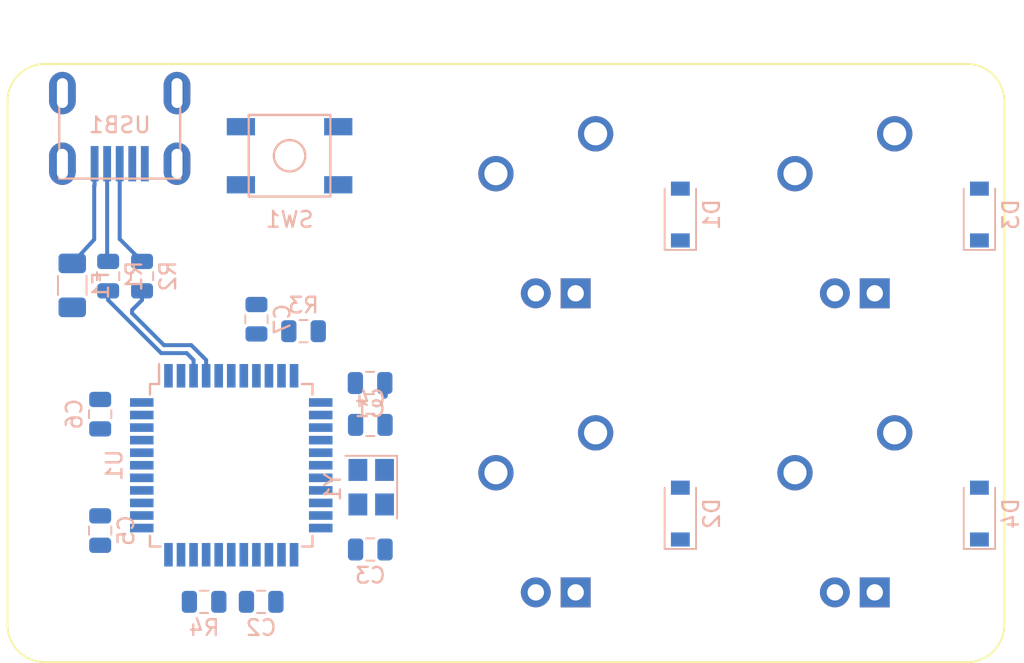
<source format=kicad_pcb>
(kicad_pcb (version 20171130) (host pcbnew "(5.1.2-1)-1")

  (general
    (thickness 1.6)
    (drawings 8)
    (tracks 28)
    (zones 0)
    (modules 24)
    (nets 50)
  )

  (page A4)
  (layers
    (0 F.Cu signal)
    (31 B.Cu signal)
    (32 B.Adhes user)
    (33 F.Adhes user)
    (34 B.Paste user)
    (35 F.Paste user)
    (36 B.SilkS user)
    (37 F.SilkS user)
    (38 B.Mask user)
    (39 F.Mask user)
    (40 Dwgs.User user)
    (41 Cmts.User user)
    (42 Eco1.User user)
    (43 Eco2.User user)
    (44 Edge.Cuts user)
    (45 Margin user)
    (46 B.CrtYd user)
    (47 F.CrtYd user)
    (48 B.Fab user)
    (49 F.Fab user)
  )

  (setup
    (last_trace_width 0.254)
    (trace_clearance 0.2)
    (zone_clearance 0.508)
    (zone_45_only no)
    (trace_min 0.2)
    (via_size 0.8)
    (via_drill 0.4)
    (via_min_size 0.4)
    (via_min_drill 0.3)
    (uvia_size 0.3)
    (uvia_drill 0.1)
    (uvias_allowed no)
    (uvia_min_size 0.2)
    (uvia_min_drill 0.1)
    (edge_width 0.05)
    (segment_width 0.2)
    (pcb_text_width 0.3)
    (pcb_text_size 1.5 1.5)
    (mod_edge_width 0.12)
    (mod_text_size 1 1)
    (mod_text_width 0.15)
    (pad_size 1.524 1.524)
    (pad_drill 0.762)
    (pad_to_mask_clearance 0.051)
    (solder_mask_min_width 0.25)
    (aux_axis_origin 0 0)
    (visible_elements FFFFFF7F)
    (pcbplotparams
      (layerselection 0x010fc_ffffffff)
      (usegerberextensions false)
      (usegerberattributes false)
      (usegerberadvancedattributes false)
      (creategerberjobfile false)
      (excludeedgelayer true)
      (linewidth 0.100000)
      (plotframeref false)
      (viasonmask false)
      (mode 1)
      (useauxorigin false)
      (hpglpennumber 1)
      (hpglpenspeed 20)
      (hpglpendiameter 15.000000)
      (psnegative false)
      (psa4output false)
      (plotreference true)
      (plotvalue true)
      (plotinvisibletext false)
      (padsonsilk false)
      (subtractmaskfromsilk false)
      (outputformat 1)
      (mirror false)
      (drillshape 1)
      (scaleselection 1)
      (outputdirectory ""))
  )

  (net 0 "")
  (net 1 GND)
  (net 2 +5V)
  (net 3 "Net-(C3-Pad1)")
  (net 4 "Net-(C4-Pad1)")
  (net 5 "Net-(C7-Pad1)")
  (net 6 "Net-(D1-Pad2)")
  (net 7 ROW0)
  (net 8 "Net-(D2-Pad2)")
  (net 9 ROW1)
  (net 10 "Net-(D3-Pad2)")
  (net 11 "Net-(D4-Pad2)")
  (net 12 VCC)
  (net 13 "Net-(F1-Pad1)")
  (net 14 COL0)
  (net 15 COL1)
  (net 16 D-)
  (net 17 "Net-(R1-Pad1)")
  (net 18 D+)
  (net 19 "Net-(R2-Pad1)")
  (net 20 "Net-(R3-Pad2)")
  (net 21 "Net-(R4-Pad1)")
  (net 22 "Net-(U1-Pad42)")
  (net 23 "Net-(U1-Pad41)")
  (net 24 "Net-(U1-Pad40)")
  (net 25 "Net-(U1-Pad39)")
  (net 26 "Net-(U1-Pad38)")
  (net 27 "Net-(U1-Pad37)")
  (net 28 "Net-(U1-Pad36)")
  (net 29 "Net-(U1-Pad32)")
  (net 30 "Net-(U1-Pad31)")
  (net 31 "Net-(U1-Pad30)")
  (net 32 "Net-(U1-Pad29)")
  (net 33 "Net-(U1-Pad28)")
  (net 34 "Net-(U1-Pad27)")
  (net 35 "Net-(U1-Pad26)")
  (net 36 "Net-(U1-Pad25)")
  (net 37 "Net-(U1-Pad22)")
  (net 38 "Net-(U1-Pad21)")
  (net 39 "Net-(U1-Pad20)")
  (net 40 "Net-(U1-Pad19)")
  (net 41 "Net-(U1-Pad18)")
  (net 42 "Net-(U1-Pad12)")
  (net 43 "Net-(U1-Pad11)")
  (net 44 "Net-(U1-Pad10)")
  (net 45 "Net-(U1-Pad9)")
  (net 46 "Net-(U1-Pad8)")
  (net 47 "Net-(U1-Pad1)")
  (net 48 "Net-(USB1-Pad6)")
  (net 49 "Net-(USB1-Pad2)")

  (net_class Default "This is the default net class."
    (clearance 0.2)
    (trace_width 0.254)
    (via_dia 0.8)
    (via_drill 0.4)
    (uvia_dia 0.3)
    (uvia_drill 0.1)
    (add_net COL0)
    (add_net COL1)
    (add_net D+)
    (add_net D-)
    (add_net "Net-(C3-Pad1)")
    (add_net "Net-(C4-Pad1)")
    (add_net "Net-(C7-Pad1)")
    (add_net "Net-(D1-Pad2)")
    (add_net "Net-(D2-Pad2)")
    (add_net "Net-(D3-Pad2)")
    (add_net "Net-(D4-Pad2)")
    (add_net "Net-(F1-Pad1)")
    (add_net "Net-(R1-Pad1)")
    (add_net "Net-(R2-Pad1)")
    (add_net "Net-(R3-Pad2)")
    (add_net "Net-(R4-Pad1)")
    (add_net "Net-(U1-Pad1)")
    (add_net "Net-(U1-Pad10)")
    (add_net "Net-(U1-Pad11)")
    (add_net "Net-(U1-Pad12)")
    (add_net "Net-(U1-Pad18)")
    (add_net "Net-(U1-Pad19)")
    (add_net "Net-(U1-Pad20)")
    (add_net "Net-(U1-Pad21)")
    (add_net "Net-(U1-Pad22)")
    (add_net "Net-(U1-Pad25)")
    (add_net "Net-(U1-Pad26)")
    (add_net "Net-(U1-Pad27)")
    (add_net "Net-(U1-Pad28)")
    (add_net "Net-(U1-Pad29)")
    (add_net "Net-(U1-Pad30)")
    (add_net "Net-(U1-Pad31)")
    (add_net "Net-(U1-Pad32)")
    (add_net "Net-(U1-Pad36)")
    (add_net "Net-(U1-Pad37)")
    (add_net "Net-(U1-Pad38)")
    (add_net "Net-(U1-Pad39)")
    (add_net "Net-(U1-Pad40)")
    (add_net "Net-(U1-Pad41)")
    (add_net "Net-(U1-Pad42)")
    (add_net "Net-(U1-Pad8)")
    (add_net "Net-(U1-Pad9)")
    (add_net "Net-(USB1-Pad2)")
    (add_net "Net-(USB1-Pad6)")
    (add_net ROW0)
    (add_net ROW1)
    (add_net VCC)
  )

  (net_class Power ""
    (clearance 0.2)
    (trace_width 0.381)
    (via_dia 0.8)
    (via_drill 0.4)
    (uvia_dia 0.3)
    (uvia_drill 0.1)
    (add_net +5V)
    (add_net GND)
  )

  (module Crystal:Crystal_SMD_3225-4Pin_3.2x2.5mm (layer B.Cu) (tedit 5A0FD1B2) (tstamp 5D498CA2)
    (at 110.48275 115.85575 270)
    (descr "SMD Crystal SERIES SMD3225/4 http://www.txccrystal.com/images/pdf/7m-accuracy.pdf, 3.2x2.5mm^2 package")
    (tags "SMD SMT crystal")
    (path /5D4B5D7D)
    (attr smd)
    (fp_text reference Y1 (at 0 2.45 90) (layer B.SilkS)
      (effects (font (size 1 1) (thickness 0.15)) (justify mirror))
    )
    (fp_text value 16MHz (at 0 -2.45 90) (layer B.Fab)
      (effects (font (size 1 1) (thickness 0.15)) (justify mirror))
    )
    (fp_text user %R (at 0 0 90) (layer B.Fab)
      (effects (font (size 0.7 0.7) (thickness 0.105)) (justify mirror))
    )
    (fp_line (start -1.6 1.25) (end -1.6 -1.25) (layer B.Fab) (width 0.1))
    (fp_line (start -1.6 -1.25) (end 1.6 -1.25) (layer B.Fab) (width 0.1))
    (fp_line (start 1.6 -1.25) (end 1.6 1.25) (layer B.Fab) (width 0.1))
    (fp_line (start 1.6 1.25) (end -1.6 1.25) (layer B.Fab) (width 0.1))
    (fp_line (start -1.6 -0.25) (end -0.6 -1.25) (layer B.Fab) (width 0.1))
    (fp_line (start -2 1.65) (end -2 -1.65) (layer B.SilkS) (width 0.12))
    (fp_line (start -2 -1.65) (end 2 -1.65) (layer B.SilkS) (width 0.12))
    (fp_line (start -2.1 1.7) (end -2.1 -1.7) (layer B.CrtYd) (width 0.05))
    (fp_line (start -2.1 -1.7) (end 2.1 -1.7) (layer B.CrtYd) (width 0.05))
    (fp_line (start 2.1 -1.7) (end 2.1 1.7) (layer B.CrtYd) (width 0.05))
    (fp_line (start 2.1 1.7) (end -2.1 1.7) (layer B.CrtYd) (width 0.05))
    (pad 1 smd rect (at -1.1 -0.85 270) (size 1.4 1.2) (layers B.Cu B.Paste B.Mask)
      (net 4 "Net-(C4-Pad1)"))
    (pad 2 smd rect (at 1.1 -0.85 270) (size 1.4 1.2) (layers B.Cu B.Paste B.Mask)
      (net 1 GND))
    (pad 3 smd rect (at 1.1 0.85 270) (size 1.4 1.2) (layers B.Cu B.Paste B.Mask)
      (net 3 "Net-(C3-Pad1)"))
    (pad 4 smd rect (at -1.1 0.85 270) (size 1.4 1.2) (layers B.Cu B.Paste B.Mask)
      (net 1 GND))
    (model ${KISYS3DMOD}/Crystal.3dshapes/Crystal_SMD_3225-4Pin_3.2x2.5mm.wrl
      (at (xyz 0 0 0))
      (scale (xyz 1 1 1))
      (rotate (xyz 0 0 0))
    )
  )

  (module random-keyboard-parts:Molex-0548190589 (layer B.Cu) (tedit 5C494815) (tstamp 5D498C8E)
    (at 94.4625 90.75 270)
    (path /5D4D5338)
    (attr smd)
    (fp_text reference USB1 (at 2.032 0) (layer B.SilkS)
      (effects (font (size 1 1) (thickness 0.15)) (justify mirror))
    )
    (fp_text value Molex-0548190589 (at -5.08 0) (layer Dwgs.User)
      (effects (font (size 1 1) (thickness 0.15)))
    )
    (fp_text user %R (at 2 0) (layer B.CrtYd)
      (effects (font (size 1 1) (thickness 0.15)) (justify mirror))
    )
    (fp_line (start 3.25 1.25) (end 5.5 1.25) (layer B.CrtYd) (width 0.15))
    (fp_line (start 5.5 0.5) (end 3.25 0.5) (layer B.CrtYd) (width 0.15))
    (fp_line (start 3.25 -0.5) (end 5.5 -0.5) (layer B.CrtYd) (width 0.15))
    (fp_line (start 5.5 -1.25) (end 3.25 -1.25) (layer B.CrtYd) (width 0.15))
    (fp_line (start 3.25 -2) (end 5.5 -2) (layer B.CrtYd) (width 0.15))
    (fp_line (start 3.25 2) (end 3.25 -2) (layer B.CrtYd) (width 0.15))
    (fp_line (start 5.5 2) (end 3.25 2) (layer B.CrtYd) (width 0.15))
    (fp_line (start -3.75 -3.75) (end -3.75 3.75) (layer B.CrtYd) (width 0.15))
    (fp_line (start 5.5 -3.75) (end -3.75 -3.75) (layer B.CrtYd) (width 0.15))
    (fp_line (start 5.5 3.75) (end 5.5 -3.75) (layer B.CrtYd) (width 0.15))
    (fp_line (start -3.75 3.75) (end 5.5 3.75) (layer B.CrtYd) (width 0.15))
    (fp_line (start 0 3.85) (end 5.45 3.85) (layer B.SilkS) (width 0.15))
    (fp_line (start 0 -3.85) (end 5.45 -3.85) (layer B.SilkS) (width 0.15))
    (fp_line (start 5.45 3.85) (end 5.45 -3.85) (layer B.SilkS) (width 0.15))
    (fp_line (start -3.75 3.85) (end 0 3.85) (layer Dwgs.User) (width 0.15))
    (fp_line (start -3.75 -3.85) (end 0 -3.85) (layer Dwgs.User) (width 0.15))
    (fp_line (start -1.75 4.572) (end -1.75 -4.572) (layer Dwgs.User) (width 0.15))
    (fp_line (start -3.75 3.85) (end -3.75 -3.85) (layer Dwgs.User) (width 0.15))
    (pad 6 thru_hole oval (at 0 3.65 270) (size 2.7 1.7) (drill oval 1.9 0.7) (layers *.Cu *.Mask)
      (net 48 "Net-(USB1-Pad6)"))
    (pad 6 thru_hole oval (at 0 -3.65 270) (size 2.7 1.7) (drill oval 1.9 0.7) (layers *.Cu *.Mask)
      (net 48 "Net-(USB1-Pad6)"))
    (pad 6 thru_hole oval (at 4.5 -3.65 270) (size 2.7 1.7) (drill oval 1.9 0.7) (layers *.Cu *.Mask)
      (net 48 "Net-(USB1-Pad6)"))
    (pad 6 thru_hole oval (at 4.5 3.65 270) (size 2.7 1.7) (drill oval 1.9 0.7) (layers *.Cu *.Mask)
      (net 48 "Net-(USB1-Pad6)"))
    (pad 5 smd rect (at 4.5 1.6 270) (size 2.25 0.5) (layers B.Cu B.Paste B.Mask)
      (net 12 VCC))
    (pad 4 smd rect (at 4.5 0.8 270) (size 2.25 0.5) (layers B.Cu B.Paste B.Mask)
      (net 16 D-))
    (pad 3 smd rect (at 4.5 0 270) (size 2.25 0.5) (layers B.Cu B.Paste B.Mask)
      (net 18 D+))
    (pad 2 smd rect (at 4.5 -0.8 270) (size 2.25 0.5) (layers B.Cu B.Paste B.Mask)
      (net 49 "Net-(USB1-Pad2)"))
    (pad 1 smd rect (at 4.5 -1.6 270) (size 2.25 0.5) (layers B.Cu B.Paste B.Mask)
      (net 1 GND))
  )

  (module Package_QFP:TQFP-44_10x10mm_P0.8mm (layer B.Cu) (tedit 5A02F146) (tstamp 5D498C6E)
    (at 101.56825 114.45875 270)
    (descr "44-Lead Plastic Thin Quad Flatpack (PT) - 10x10x1.0 mm Body [TQFP] (see Microchip Packaging Specification 00000049BS.pdf)")
    (tags "QFP 0.8")
    (path /5D491BC6)
    (attr smd)
    (fp_text reference U1 (at 0 7.45 90) (layer B.SilkS)
      (effects (font (size 1 1) (thickness 0.15)) (justify mirror))
    )
    (fp_text value ATmega32U4-AU (at 0 -7.45 90) (layer B.Fab)
      (effects (font (size 1 1) (thickness 0.15)) (justify mirror))
    )
    (fp_text user %R (at 0 0 90) (layer B.Fab)
      (effects (font (size 1 1) (thickness 0.15)) (justify mirror))
    )
    (fp_line (start -4 5) (end 5 5) (layer B.Fab) (width 0.15))
    (fp_line (start 5 5) (end 5 -5) (layer B.Fab) (width 0.15))
    (fp_line (start 5 -5) (end -5 -5) (layer B.Fab) (width 0.15))
    (fp_line (start -5 -5) (end -5 4) (layer B.Fab) (width 0.15))
    (fp_line (start -5 4) (end -4 5) (layer B.Fab) (width 0.15))
    (fp_line (start -6.7 6.7) (end -6.7 -6.7) (layer B.CrtYd) (width 0.05))
    (fp_line (start 6.7 6.7) (end 6.7 -6.7) (layer B.CrtYd) (width 0.05))
    (fp_line (start -6.7 6.7) (end 6.7 6.7) (layer B.CrtYd) (width 0.05))
    (fp_line (start -6.7 -6.7) (end 6.7 -6.7) (layer B.CrtYd) (width 0.05))
    (fp_line (start -5.175 5.175) (end -5.175 4.6) (layer B.SilkS) (width 0.15))
    (fp_line (start 5.175 5.175) (end 5.175 4.5) (layer B.SilkS) (width 0.15))
    (fp_line (start 5.175 -5.175) (end 5.175 -4.5) (layer B.SilkS) (width 0.15))
    (fp_line (start -5.175 -5.175) (end -5.175 -4.5) (layer B.SilkS) (width 0.15))
    (fp_line (start -5.175 5.175) (end -4.5 5.175) (layer B.SilkS) (width 0.15))
    (fp_line (start -5.175 -5.175) (end -4.5 -5.175) (layer B.SilkS) (width 0.15))
    (fp_line (start 5.175 -5.175) (end 4.5 -5.175) (layer B.SilkS) (width 0.15))
    (fp_line (start 5.175 5.175) (end 4.5 5.175) (layer B.SilkS) (width 0.15))
    (fp_line (start -5.175 4.6) (end -6.45 4.6) (layer B.SilkS) (width 0.15))
    (pad 1 smd rect (at -5.7 4 270) (size 1.5 0.55) (layers B.Cu B.Paste B.Mask)
      (net 47 "Net-(U1-Pad1)"))
    (pad 2 smd rect (at -5.7 3.2 270) (size 1.5 0.55) (layers B.Cu B.Paste B.Mask)
      (net 2 +5V))
    (pad 3 smd rect (at -5.7 2.4 270) (size 1.5 0.55) (layers B.Cu B.Paste B.Mask)
      (net 17 "Net-(R1-Pad1)"))
    (pad 4 smd rect (at -5.7 1.6 270) (size 1.5 0.55) (layers B.Cu B.Paste B.Mask)
      (net 19 "Net-(R2-Pad1)"))
    (pad 5 smd rect (at -5.7 0.8 270) (size 1.5 0.55) (layers B.Cu B.Paste B.Mask)
      (net 1 GND))
    (pad 6 smd rect (at -5.7 0 270) (size 1.5 0.55) (layers B.Cu B.Paste B.Mask)
      (net 5 "Net-(C7-Pad1)"))
    (pad 7 smd rect (at -5.7 -0.8 270) (size 1.5 0.55) (layers B.Cu B.Paste B.Mask)
      (net 2 +5V))
    (pad 8 smd rect (at -5.7 -1.6 270) (size 1.5 0.55) (layers B.Cu B.Paste B.Mask)
      (net 46 "Net-(U1-Pad8)"))
    (pad 9 smd rect (at -5.7 -2.4 270) (size 1.5 0.55) (layers B.Cu B.Paste B.Mask)
      (net 45 "Net-(U1-Pad9)"))
    (pad 10 smd rect (at -5.7 -3.2 270) (size 1.5 0.55) (layers B.Cu B.Paste B.Mask)
      (net 44 "Net-(U1-Pad10)"))
    (pad 11 smd rect (at -5.7 -4 270) (size 1.5 0.55) (layers B.Cu B.Paste B.Mask)
      (net 43 "Net-(U1-Pad11)"))
    (pad 12 smd rect (at -4 -5.7 180) (size 1.5 0.55) (layers B.Cu B.Paste B.Mask)
      (net 42 "Net-(U1-Pad12)"))
    (pad 13 smd rect (at -3.2 -5.7 180) (size 1.5 0.55) (layers B.Cu B.Paste B.Mask)
      (net 20 "Net-(R3-Pad2)"))
    (pad 14 smd rect (at -2.4 -5.7 180) (size 1.5 0.55) (layers B.Cu B.Paste B.Mask)
      (net 2 +5V))
    (pad 15 smd rect (at -1.6 -5.7 180) (size 1.5 0.55) (layers B.Cu B.Paste B.Mask)
      (net 1 GND))
    (pad 16 smd rect (at -0.8 -5.7 180) (size 1.5 0.55) (layers B.Cu B.Paste B.Mask)
      (net 4 "Net-(C4-Pad1)"))
    (pad 17 smd rect (at 0 -5.7 180) (size 1.5 0.55) (layers B.Cu B.Paste B.Mask)
      (net 3 "Net-(C3-Pad1)"))
    (pad 18 smd rect (at 0.8 -5.7 180) (size 1.5 0.55) (layers B.Cu B.Paste B.Mask)
      (net 41 "Net-(U1-Pad18)"))
    (pad 19 smd rect (at 1.6 -5.7 180) (size 1.5 0.55) (layers B.Cu B.Paste B.Mask)
      (net 40 "Net-(U1-Pad19)"))
    (pad 20 smd rect (at 2.4 -5.7 180) (size 1.5 0.55) (layers B.Cu B.Paste B.Mask)
      (net 39 "Net-(U1-Pad20)"))
    (pad 21 smd rect (at 3.2 -5.7 180) (size 1.5 0.55) (layers B.Cu B.Paste B.Mask)
      (net 38 "Net-(U1-Pad21)"))
    (pad 22 smd rect (at 4 -5.7 180) (size 1.5 0.55) (layers B.Cu B.Paste B.Mask)
      (net 37 "Net-(U1-Pad22)"))
    (pad 23 smd rect (at 5.7 -4 270) (size 1.5 0.55) (layers B.Cu B.Paste B.Mask)
      (net 1 GND))
    (pad 24 smd rect (at 5.7 -3.2 270) (size 1.5 0.55) (layers B.Cu B.Paste B.Mask)
      (net 2 +5V))
    (pad 25 smd rect (at 5.7 -2.4 270) (size 1.5 0.55) (layers B.Cu B.Paste B.Mask)
      (net 36 "Net-(U1-Pad25)"))
    (pad 26 smd rect (at 5.7 -1.6 270) (size 1.5 0.55) (layers B.Cu B.Paste B.Mask)
      (net 35 "Net-(U1-Pad26)"))
    (pad 27 smd rect (at 5.7 -0.8 270) (size 1.5 0.55) (layers B.Cu B.Paste B.Mask)
      (net 34 "Net-(U1-Pad27)"))
    (pad 28 smd rect (at 5.7 0 270) (size 1.5 0.55) (layers B.Cu B.Paste B.Mask)
      (net 33 "Net-(U1-Pad28)"))
    (pad 29 smd rect (at 5.7 0.8 270) (size 1.5 0.55) (layers B.Cu B.Paste B.Mask)
      (net 32 "Net-(U1-Pad29)"))
    (pad 30 smd rect (at 5.7 1.6 270) (size 1.5 0.55) (layers B.Cu B.Paste B.Mask)
      (net 31 "Net-(U1-Pad30)"))
    (pad 31 smd rect (at 5.7 2.4 270) (size 1.5 0.55) (layers B.Cu B.Paste B.Mask)
      (net 30 "Net-(U1-Pad31)"))
    (pad 32 smd rect (at 5.7 3.2 270) (size 1.5 0.55) (layers B.Cu B.Paste B.Mask)
      (net 29 "Net-(U1-Pad32)"))
    (pad 33 smd rect (at 5.7 4 270) (size 1.5 0.55) (layers B.Cu B.Paste B.Mask)
      (net 21 "Net-(R4-Pad1)"))
    (pad 34 smd rect (at 4 5.7 180) (size 1.5 0.55) (layers B.Cu B.Paste B.Mask)
      (net 2 +5V))
    (pad 35 smd rect (at 3.2 5.7 180) (size 1.5 0.55) (layers B.Cu B.Paste B.Mask)
      (net 1 GND))
    (pad 36 smd rect (at 2.4 5.7 180) (size 1.5 0.55) (layers B.Cu B.Paste B.Mask)
      (net 28 "Net-(U1-Pad36)"))
    (pad 37 smd rect (at 1.6 5.7 180) (size 1.5 0.55) (layers B.Cu B.Paste B.Mask)
      (net 27 "Net-(U1-Pad37)"))
    (pad 38 smd rect (at 0.8 5.7 180) (size 1.5 0.55) (layers B.Cu B.Paste B.Mask)
      (net 26 "Net-(U1-Pad38)"))
    (pad 39 smd rect (at 0 5.7 180) (size 1.5 0.55) (layers B.Cu B.Paste B.Mask)
      (net 25 "Net-(U1-Pad39)"))
    (pad 40 smd rect (at -0.8 5.7 180) (size 1.5 0.55) (layers B.Cu B.Paste B.Mask)
      (net 24 "Net-(U1-Pad40)"))
    (pad 41 smd rect (at -1.6 5.7 180) (size 1.5 0.55) (layers B.Cu B.Paste B.Mask)
      (net 23 "Net-(U1-Pad41)"))
    (pad 42 smd rect (at -2.4 5.7 180) (size 1.5 0.55) (layers B.Cu B.Paste B.Mask)
      (net 22 "Net-(U1-Pad42)"))
    (pad 43 smd rect (at -3.2 5.7 180) (size 1.5 0.55) (layers B.Cu B.Paste B.Mask)
      (net 1 GND))
    (pad 44 smd rect (at -4 5.7 180) (size 1.5 0.55) (layers B.Cu B.Paste B.Mask)
      (net 2 +5V))
    (model ${KISYS3DMOD}/Package_QFP.3dshapes/TQFP-44_10x10mm_P0.8mm.wrl
      (at (xyz 0 0 0))
      (scale (xyz 1 1 1))
      (rotate (xyz 0 0 0))
    )
  )

  (module random-keyboard-parts:SKQG-1155865 (layer B.Cu) (tedit 5C42C5DE) (tstamp 5D498C2B)
    (at 105.283 94.742 180)
    (path /5D4C70CD)
    (attr smd)
    (fp_text reference SW1 (at 0 -4.064) (layer B.SilkS)
      (effects (font (size 1 1) (thickness 0.15)) (justify mirror))
    )
    (fp_text value SW_Push (at 0 4.064) (layer B.Fab)
      (effects (font (size 1 1) (thickness 0.15)) (justify mirror))
    )
    (fp_line (start -2.6 2.6) (end 2.6 2.6) (layer B.SilkS) (width 0.15))
    (fp_line (start 2.6 2.6) (end 2.6 -2.6) (layer B.SilkS) (width 0.15))
    (fp_line (start 2.6 -2.6) (end -2.6 -2.6) (layer B.SilkS) (width 0.15))
    (fp_line (start -2.6 -2.6) (end -2.6 2.6) (layer B.SilkS) (width 0.15))
    (fp_circle (center 0 0) (end 1 0) (layer B.SilkS) (width 0.15))
    (fp_line (start -4.2 2.6) (end 4.2 2.6) (layer B.Fab) (width 0.15))
    (fp_line (start 4.2 2.6) (end 4.2 1.2) (layer B.Fab) (width 0.15))
    (fp_line (start 4.2 1.1) (end 2.6 1.1) (layer B.Fab) (width 0.15))
    (fp_line (start 2.6 1.1) (end 2.6 -1.1) (layer B.Fab) (width 0.15))
    (fp_line (start 2.6 -1.1) (end 4.2 -1.1) (layer B.Fab) (width 0.15))
    (fp_line (start 4.2 -1.1) (end 4.2 -2.6) (layer B.Fab) (width 0.15))
    (fp_line (start 4.2 -2.6) (end -4.2 -2.6) (layer B.Fab) (width 0.15))
    (fp_line (start -4.2 -2.6) (end -4.2 -1.1) (layer B.Fab) (width 0.15))
    (fp_line (start -4.2 -1.1) (end -2.6 -1.1) (layer B.Fab) (width 0.15))
    (fp_line (start -2.6 -1.1) (end -2.6 1.1) (layer B.Fab) (width 0.15))
    (fp_line (start -2.6 1.1) (end -4.2 1.1) (layer B.Fab) (width 0.15))
    (fp_line (start -4.2 1.1) (end -4.2 2.6) (layer B.Fab) (width 0.15))
    (fp_circle (center 0 0) (end 1 0) (layer B.Fab) (width 0.15))
    (fp_line (start -2.6 1.1) (end -1.1 2.6) (layer B.Fab) (width 0.15))
    (fp_line (start 2.6 1.1) (end 1.1 2.6) (layer B.Fab) (width 0.15))
    (fp_line (start 2.6 -1.1) (end 1.1 -2.6) (layer B.Fab) (width 0.15))
    (fp_line (start -2.6 -1.1) (end -1.1 -2.6) (layer B.Fab) (width 0.15))
    (pad 4 smd rect (at -3.1 -1.85 180) (size 1.8 1.1) (layers B.Cu B.Paste B.Mask))
    (pad 3 smd rect (at 3.1 1.85 180) (size 1.8 1.1) (layers B.Cu B.Paste B.Mask))
    (pad 2 smd rect (at -3.1 1.85 180) (size 1.8 1.1) (layers B.Cu B.Paste B.Mask)
      (net 20 "Net-(R3-Pad2)"))
    (pad 1 smd rect (at 3.1 -1.85 180) (size 1.8 1.1) (layers B.Cu B.Paste B.Mask)
      (net 1 GND))
  )

  (module Resistor_SMD:R_0805_2012Metric (layer B.Cu) (tedit 5B36C52B) (tstamp 5D498C0D)
    (at 99.83875 123.15825)
    (descr "Resistor SMD 0805 (2012 Metric), square (rectangular) end terminal, IPC_7351 nominal, (Body size source: https://docs.google.com/spreadsheets/d/1BsfQQcO9C6DZCsRaXUlFlo91Tg2WpOkGARC1WS5S8t0/edit?usp=sharing), generated with kicad-footprint-generator")
    (tags resistor)
    (path /5D4997B9)
    (attr smd)
    (fp_text reference R4 (at 0 1.65 180) (layer B.SilkS)
      (effects (font (size 1 1) (thickness 0.15)) (justify mirror))
    )
    (fp_text value 10k (at 0 -1.65 180) (layer B.Fab)
      (effects (font (size 1 1) (thickness 0.15)) (justify mirror))
    )
    (fp_line (start -1 -0.6) (end -1 0.6) (layer B.Fab) (width 0.1))
    (fp_line (start -1 0.6) (end 1 0.6) (layer B.Fab) (width 0.1))
    (fp_line (start 1 0.6) (end 1 -0.6) (layer B.Fab) (width 0.1))
    (fp_line (start 1 -0.6) (end -1 -0.6) (layer B.Fab) (width 0.1))
    (fp_line (start -0.258578 0.71) (end 0.258578 0.71) (layer B.SilkS) (width 0.12))
    (fp_line (start -0.258578 -0.71) (end 0.258578 -0.71) (layer B.SilkS) (width 0.12))
    (fp_line (start -1.68 -0.95) (end -1.68 0.95) (layer B.CrtYd) (width 0.05))
    (fp_line (start -1.68 0.95) (end 1.68 0.95) (layer B.CrtYd) (width 0.05))
    (fp_line (start 1.68 0.95) (end 1.68 -0.95) (layer B.CrtYd) (width 0.05))
    (fp_line (start 1.68 -0.95) (end -1.68 -0.95) (layer B.CrtYd) (width 0.05))
    (fp_text user %R (at 0 0 180) (layer B.Fab)
      (effects (font (size 0.5 0.5) (thickness 0.08)) (justify mirror))
    )
    (pad 1 smd roundrect (at -0.9375 0) (size 0.975 1.4) (layers B.Cu B.Paste B.Mask) (roundrect_rratio 0.25)
      (net 21 "Net-(R4-Pad1)"))
    (pad 2 smd roundrect (at 0.9375 0) (size 0.975 1.4) (layers B.Cu B.Paste B.Mask) (roundrect_rratio 0.25)
      (net 1 GND))
    (model ${KISYS3DMOD}/Resistor_SMD.3dshapes/R_0805_2012Metric.wrl
      (at (xyz 0 0 0))
      (scale (xyz 1 1 1))
      (rotate (xyz 0 0 0))
    )
  )

  (module Resistor_SMD:R_0805_2012Metric (layer B.Cu) (tedit 5B36C52B) (tstamp 5D498BFC)
    (at 106.172 105.918 180)
    (descr "Resistor SMD 0805 (2012 Metric), square (rectangular) end terminal, IPC_7351 nominal, (Body size source: https://docs.google.com/spreadsheets/d/1BsfQQcO9C6DZCsRaXUlFlo91Tg2WpOkGARC1WS5S8t0/edit?usp=sharing), generated with kicad-footprint-generator")
    (tags resistor)
    (path /5D4CB192)
    (attr smd)
    (fp_text reference R3 (at 0 1.65 180) (layer B.SilkS)
      (effects (font (size 1 1) (thickness 0.15)) (justify mirror))
    )
    (fp_text value 10k (at 0 -1.65 180) (layer B.Fab)
      (effects (font (size 1 1) (thickness 0.15)) (justify mirror))
    )
    (fp_text user %R (at 0 0 180) (layer B.Fab)
      (effects (font (size 0.5 0.5) (thickness 0.08)) (justify mirror))
    )
    (fp_line (start 1.68 -0.95) (end -1.68 -0.95) (layer B.CrtYd) (width 0.05))
    (fp_line (start 1.68 0.95) (end 1.68 -0.95) (layer B.CrtYd) (width 0.05))
    (fp_line (start -1.68 0.95) (end 1.68 0.95) (layer B.CrtYd) (width 0.05))
    (fp_line (start -1.68 -0.95) (end -1.68 0.95) (layer B.CrtYd) (width 0.05))
    (fp_line (start -0.258578 -0.71) (end 0.258578 -0.71) (layer B.SilkS) (width 0.12))
    (fp_line (start -0.258578 0.71) (end 0.258578 0.71) (layer B.SilkS) (width 0.12))
    (fp_line (start 1 -0.6) (end -1 -0.6) (layer B.Fab) (width 0.1))
    (fp_line (start 1 0.6) (end 1 -0.6) (layer B.Fab) (width 0.1))
    (fp_line (start -1 0.6) (end 1 0.6) (layer B.Fab) (width 0.1))
    (fp_line (start -1 -0.6) (end -1 0.6) (layer B.Fab) (width 0.1))
    (pad 2 smd roundrect (at 0.9375 0 180) (size 0.975 1.4) (layers B.Cu B.Paste B.Mask) (roundrect_rratio 0.25)
      (net 20 "Net-(R3-Pad2)"))
    (pad 1 smd roundrect (at -0.9375 0 180) (size 0.975 1.4) (layers B.Cu B.Paste B.Mask) (roundrect_rratio 0.25)
      (net 2 +5V))
    (model ${KISYS3DMOD}/Resistor_SMD.3dshapes/R_0805_2012Metric.wrl
      (at (xyz 0 0 0))
      (scale (xyz 1 1 1))
      (rotate (xyz 0 0 0))
    )
  )

  (module Resistor_SMD:R_0805_2012Metric (layer B.Cu) (tedit 5B36C52B) (tstamp 5D498BEB)
    (at 95.885 102.4105 90)
    (descr "Resistor SMD 0805 (2012 Metric), square (rectangular) end terminal, IPC_7351 nominal, (Body size source: https://docs.google.com/spreadsheets/d/1BsfQQcO9C6DZCsRaXUlFlo91Tg2WpOkGARC1WS5S8t0/edit?usp=sharing), generated with kicad-footprint-generator")
    (tags resistor)
    (path /5D49CA1A)
    (attr smd)
    (fp_text reference R2 (at 0 1.65 90) (layer B.SilkS)
      (effects (font (size 1 1) (thickness 0.15)) (justify mirror))
    )
    (fp_text value 22 (at 0 -1.65 90) (layer B.Fab)
      (effects (font (size 1 1) (thickness 0.15)) (justify mirror))
    )
    (fp_text user %R (at 0 0 90) (layer B.Fab)
      (effects (font (size 0.5 0.5) (thickness 0.08)) (justify mirror))
    )
    (fp_line (start 1.68 -0.95) (end -1.68 -0.95) (layer B.CrtYd) (width 0.05))
    (fp_line (start 1.68 0.95) (end 1.68 -0.95) (layer B.CrtYd) (width 0.05))
    (fp_line (start -1.68 0.95) (end 1.68 0.95) (layer B.CrtYd) (width 0.05))
    (fp_line (start -1.68 -0.95) (end -1.68 0.95) (layer B.CrtYd) (width 0.05))
    (fp_line (start -0.258578 -0.71) (end 0.258578 -0.71) (layer B.SilkS) (width 0.12))
    (fp_line (start -0.258578 0.71) (end 0.258578 0.71) (layer B.SilkS) (width 0.12))
    (fp_line (start 1 -0.6) (end -1 -0.6) (layer B.Fab) (width 0.1))
    (fp_line (start 1 0.6) (end 1 -0.6) (layer B.Fab) (width 0.1))
    (fp_line (start -1 0.6) (end 1 0.6) (layer B.Fab) (width 0.1))
    (fp_line (start -1 -0.6) (end -1 0.6) (layer B.Fab) (width 0.1))
    (pad 2 smd roundrect (at 0.9375 0 90) (size 0.975 1.4) (layers B.Cu B.Paste B.Mask) (roundrect_rratio 0.25)
      (net 18 D+))
    (pad 1 smd roundrect (at -0.9375 0 90) (size 0.975 1.4) (layers B.Cu B.Paste B.Mask) (roundrect_rratio 0.25)
      (net 19 "Net-(R2-Pad1)"))
    (model ${KISYS3DMOD}/Resistor_SMD.3dshapes/R_0805_2012Metric.wrl
      (at (xyz 0 0 0))
      (scale (xyz 1 1 1))
      (rotate (xyz 0 0 0))
    )
  )

  (module Resistor_SMD:R_0805_2012Metric (layer B.Cu) (tedit 5B36C52B) (tstamp 5D498BDA)
    (at 93.726 102.4105 90)
    (descr "Resistor SMD 0805 (2012 Metric), square (rectangular) end terminal, IPC_7351 nominal, (Body size source: https://docs.google.com/spreadsheets/d/1BsfQQcO9C6DZCsRaXUlFlo91Tg2WpOkGARC1WS5S8t0/edit?usp=sharing), generated with kicad-footprint-generator")
    (tags resistor)
    (path /5D49D752)
    (attr smd)
    (fp_text reference R1 (at 0 1.65 90) (layer B.SilkS)
      (effects (font (size 1 1) (thickness 0.15)) (justify mirror))
    )
    (fp_text value 22 (at 0 -1.65 90) (layer B.Fab)
      (effects (font (size 1 1) (thickness 0.15)) (justify mirror))
    )
    (fp_text user %R (at 0 0 90) (layer B.Fab)
      (effects (font (size 0.5 0.5) (thickness 0.08)) (justify mirror))
    )
    (fp_line (start 1.68 -0.95) (end -1.68 -0.95) (layer B.CrtYd) (width 0.05))
    (fp_line (start 1.68 0.95) (end 1.68 -0.95) (layer B.CrtYd) (width 0.05))
    (fp_line (start -1.68 0.95) (end 1.68 0.95) (layer B.CrtYd) (width 0.05))
    (fp_line (start -1.68 -0.95) (end -1.68 0.95) (layer B.CrtYd) (width 0.05))
    (fp_line (start -0.258578 -0.71) (end 0.258578 -0.71) (layer B.SilkS) (width 0.12))
    (fp_line (start -0.258578 0.71) (end 0.258578 0.71) (layer B.SilkS) (width 0.12))
    (fp_line (start 1 -0.6) (end -1 -0.6) (layer B.Fab) (width 0.1))
    (fp_line (start 1 0.6) (end 1 -0.6) (layer B.Fab) (width 0.1))
    (fp_line (start -1 0.6) (end 1 0.6) (layer B.Fab) (width 0.1))
    (fp_line (start -1 -0.6) (end -1 0.6) (layer B.Fab) (width 0.1))
    (pad 2 smd roundrect (at 0.9375 0 90) (size 0.975 1.4) (layers B.Cu B.Paste B.Mask) (roundrect_rratio 0.25)
      (net 16 D-))
    (pad 1 smd roundrect (at -0.9375 0 90) (size 0.975 1.4) (layers B.Cu B.Paste B.Mask) (roundrect_rratio 0.25)
      (net 17 "Net-(R1-Pad1)"))
    (model ${KISYS3DMOD}/Resistor_SMD.3dshapes/R_0805_2012Metric.wrl
      (at (xyz 0 0 0))
      (scale (xyz 1 1 1))
      (rotate (xyz 0 0 0))
    )
  )

  (module MX_Only:MXOnly-1U (layer F.Cu) (tedit 5AC9901D) (tstamp 5D498BC9)
    (at 141.2875 117.475)
    (path /5D528B69)
    (fp_text reference MX4 (at 0 3.175) (layer Dwgs.User)
      (effects (font (size 1 1) (thickness 0.15)))
    )
    (fp_text value MX-NoLED (at 0 -7.9375) (layer Dwgs.User)
      (effects (font (size 1 1) (thickness 0.15)))
    )
    (fp_line (start -9.525 9.525) (end -9.525 -9.525) (layer Dwgs.User) (width 0.15))
    (fp_line (start 9.525 9.525) (end -9.525 9.525) (layer Dwgs.User) (width 0.15))
    (fp_line (start 9.525 -9.525) (end 9.525 9.525) (layer Dwgs.User) (width 0.15))
    (fp_line (start -9.525 -9.525) (end 9.525 -9.525) (layer Dwgs.User) (width 0.15))
    (fp_line (start -7 -7) (end -7 -5) (layer Dwgs.User) (width 0.15))
    (fp_line (start -5 -7) (end -7 -7) (layer Dwgs.User) (width 0.15))
    (fp_line (start -7 7) (end -5 7) (layer Dwgs.User) (width 0.15))
    (fp_line (start -7 5) (end -7 7) (layer Dwgs.User) (width 0.15))
    (fp_line (start 7 7) (end 7 5) (layer Dwgs.User) (width 0.15))
    (fp_line (start 5 7) (end 7 7) (layer Dwgs.User) (width 0.15))
    (fp_line (start 7 -7) (end 7 -5) (layer Dwgs.User) (width 0.15))
    (fp_line (start 5 -7) (end 7 -7) (layer Dwgs.User) (width 0.15))
    (pad "" np_thru_hole circle (at 5.08 0 48.0996) (size 1.75 1.75) (drill 1.75) (layers *.Cu *.Mask))
    (pad "" np_thru_hole circle (at -5.08 0 48.0996) (size 1.75 1.75) (drill 1.75) (layers *.Cu *.Mask))
    (pad 4 thru_hole rect (at 1.27 5.08) (size 1.905 1.905) (drill 1.04) (layers *.Cu B.Mask))
    (pad 3 thru_hole circle (at -1.27 5.08) (size 1.905 1.905) (drill 1.04) (layers *.Cu B.Mask))
    (pad 1 thru_hole circle (at -3.81 -2.54) (size 2.25 2.25) (drill 1.47) (layers *.Cu B.Mask)
      (net 15 COL1))
    (pad "" np_thru_hole circle (at 0 0) (size 3.9878 3.9878) (drill 3.9878) (layers *.Cu *.Mask))
    (pad 2 thru_hole circle (at 2.54 -5.08) (size 2.25 2.25) (drill 1.47) (layers *.Cu B.Mask)
      (net 11 "Net-(D4-Pad2)"))
  )

  (module MX_Only:MXOnly-1U (layer F.Cu) (tedit 5AC9901D) (tstamp 5D498BB2)
    (at 141.2875 98.425)
    (path /5D528B54)
    (fp_text reference MX3 (at 0 3.175) (layer Dwgs.User)
      (effects (font (size 1 1) (thickness 0.15)))
    )
    (fp_text value MX-NoLED (at 0 -7.9375) (layer Dwgs.User)
      (effects (font (size 1 1) (thickness 0.15)))
    )
    (fp_line (start -9.525 9.525) (end -9.525 -9.525) (layer Dwgs.User) (width 0.15))
    (fp_line (start 9.525 9.525) (end -9.525 9.525) (layer Dwgs.User) (width 0.15))
    (fp_line (start 9.525 -9.525) (end 9.525 9.525) (layer Dwgs.User) (width 0.15))
    (fp_line (start -9.525 -9.525) (end 9.525 -9.525) (layer Dwgs.User) (width 0.15))
    (fp_line (start -7 -7) (end -7 -5) (layer Dwgs.User) (width 0.15))
    (fp_line (start -5 -7) (end -7 -7) (layer Dwgs.User) (width 0.15))
    (fp_line (start -7 7) (end -5 7) (layer Dwgs.User) (width 0.15))
    (fp_line (start -7 5) (end -7 7) (layer Dwgs.User) (width 0.15))
    (fp_line (start 7 7) (end 7 5) (layer Dwgs.User) (width 0.15))
    (fp_line (start 5 7) (end 7 7) (layer Dwgs.User) (width 0.15))
    (fp_line (start 7 -7) (end 7 -5) (layer Dwgs.User) (width 0.15))
    (fp_line (start 5 -7) (end 7 -7) (layer Dwgs.User) (width 0.15))
    (pad "" np_thru_hole circle (at 5.08 0 48.0996) (size 1.75 1.75) (drill 1.75) (layers *.Cu *.Mask))
    (pad "" np_thru_hole circle (at -5.08 0 48.0996) (size 1.75 1.75) (drill 1.75) (layers *.Cu *.Mask))
    (pad 4 thru_hole rect (at 1.27 5.08) (size 1.905 1.905) (drill 1.04) (layers *.Cu B.Mask))
    (pad 3 thru_hole circle (at -1.27 5.08) (size 1.905 1.905) (drill 1.04) (layers *.Cu B.Mask))
    (pad 1 thru_hole circle (at -3.81 -2.54) (size 2.25 2.25) (drill 1.47) (layers *.Cu B.Mask)
      (net 15 COL1))
    (pad "" np_thru_hole circle (at 0 0) (size 3.9878 3.9878) (drill 3.9878) (layers *.Cu *.Mask))
    (pad 2 thru_hole circle (at 2.54 -5.08) (size 2.25 2.25) (drill 1.47) (layers *.Cu B.Mask)
      (net 10 "Net-(D3-Pad2)"))
  )

  (module MX_Only:MXOnly-1U (layer F.Cu) (tedit 5AC9901D) (tstamp 5D498B9B)
    (at 122.2375 117.475)
    (path /5D526ECD)
    (fp_text reference MX2 (at 0 3.175) (layer Dwgs.User)
      (effects (font (size 1 1) (thickness 0.15)))
    )
    (fp_text value MX-NoLED (at 0 -7.9375) (layer Dwgs.User)
      (effects (font (size 1 1) (thickness 0.15)))
    )
    (fp_line (start -9.525 9.525) (end -9.525 -9.525) (layer Dwgs.User) (width 0.15))
    (fp_line (start 9.525 9.525) (end -9.525 9.525) (layer Dwgs.User) (width 0.15))
    (fp_line (start 9.525 -9.525) (end 9.525 9.525) (layer Dwgs.User) (width 0.15))
    (fp_line (start -9.525 -9.525) (end 9.525 -9.525) (layer Dwgs.User) (width 0.15))
    (fp_line (start -7 -7) (end -7 -5) (layer Dwgs.User) (width 0.15))
    (fp_line (start -5 -7) (end -7 -7) (layer Dwgs.User) (width 0.15))
    (fp_line (start -7 7) (end -5 7) (layer Dwgs.User) (width 0.15))
    (fp_line (start -7 5) (end -7 7) (layer Dwgs.User) (width 0.15))
    (fp_line (start 7 7) (end 7 5) (layer Dwgs.User) (width 0.15))
    (fp_line (start 5 7) (end 7 7) (layer Dwgs.User) (width 0.15))
    (fp_line (start 7 -7) (end 7 -5) (layer Dwgs.User) (width 0.15))
    (fp_line (start 5 -7) (end 7 -7) (layer Dwgs.User) (width 0.15))
    (pad "" np_thru_hole circle (at 5.08 0 48.0996) (size 1.75 1.75) (drill 1.75) (layers *.Cu *.Mask))
    (pad "" np_thru_hole circle (at -5.08 0 48.0996) (size 1.75 1.75) (drill 1.75) (layers *.Cu *.Mask))
    (pad 4 thru_hole rect (at 1.27 5.08) (size 1.905 1.905) (drill 1.04) (layers *.Cu B.Mask))
    (pad 3 thru_hole circle (at -1.27 5.08) (size 1.905 1.905) (drill 1.04) (layers *.Cu B.Mask))
    (pad 1 thru_hole circle (at -3.81 -2.54) (size 2.25 2.25) (drill 1.47) (layers *.Cu B.Mask)
      (net 14 COL0))
    (pad "" np_thru_hole circle (at 0 0) (size 3.9878 3.9878) (drill 3.9878) (layers *.Cu *.Mask))
    (pad 2 thru_hole circle (at 2.54 -5.08) (size 2.25 2.25) (drill 1.47) (layers *.Cu B.Mask)
      (net 8 "Net-(D2-Pad2)"))
  )

  (module MX_Only:MXOnly-1U (layer F.Cu) (tedit 5AC9901D) (tstamp 5D498B84)
    (at 122.2375 98.425)
    (path /5D524996)
    (fp_text reference MX1 (at 0 3.175) (layer Dwgs.User)
      (effects (font (size 1 1) (thickness 0.15)))
    )
    (fp_text value MX-NoLED (at 0 -7.9375) (layer Dwgs.User)
      (effects (font (size 1 1) (thickness 0.15)))
    )
    (fp_line (start -9.525 9.525) (end -9.525 -9.525) (layer Dwgs.User) (width 0.15))
    (fp_line (start 9.525 9.525) (end -9.525 9.525) (layer Dwgs.User) (width 0.15))
    (fp_line (start 9.525 -9.525) (end 9.525 9.525) (layer Dwgs.User) (width 0.15))
    (fp_line (start -9.525 -9.525) (end 9.525 -9.525) (layer Dwgs.User) (width 0.15))
    (fp_line (start -7 -7) (end -7 -5) (layer Dwgs.User) (width 0.15))
    (fp_line (start -5 -7) (end -7 -7) (layer Dwgs.User) (width 0.15))
    (fp_line (start -7 7) (end -5 7) (layer Dwgs.User) (width 0.15))
    (fp_line (start -7 5) (end -7 7) (layer Dwgs.User) (width 0.15))
    (fp_line (start 7 7) (end 7 5) (layer Dwgs.User) (width 0.15))
    (fp_line (start 5 7) (end 7 7) (layer Dwgs.User) (width 0.15))
    (fp_line (start 7 -7) (end 7 -5) (layer Dwgs.User) (width 0.15))
    (fp_line (start 5 -7) (end 7 -7) (layer Dwgs.User) (width 0.15))
    (pad "" np_thru_hole circle (at 5.08 0 48.0996) (size 1.75 1.75) (drill 1.75) (layers *.Cu *.Mask))
    (pad "" np_thru_hole circle (at -5.08 0 48.0996) (size 1.75 1.75) (drill 1.75) (layers *.Cu *.Mask))
    (pad 4 thru_hole rect (at 1.27 5.08) (size 1.905 1.905) (drill 1.04) (layers *.Cu B.Mask))
    (pad 3 thru_hole circle (at -1.27 5.08) (size 1.905 1.905) (drill 1.04) (layers *.Cu B.Mask))
    (pad 1 thru_hole circle (at -3.81 -2.54) (size 2.25 2.25) (drill 1.47) (layers *.Cu B.Mask)
      (net 14 COL0))
    (pad "" np_thru_hole circle (at 0 0) (size 3.9878 3.9878) (drill 3.9878) (layers *.Cu *.Mask))
    (pad 2 thru_hole circle (at 2.54 -5.08) (size 2.25 2.25) (drill 1.47) (layers *.Cu B.Mask)
      (net 6 "Net-(D1-Pad2)"))
  )

  (module Fuse:Fuse_1206_3216Metric (layer B.Cu) (tedit 5B301BBE) (tstamp 5D498B6D)
    (at 91.44 103 90)
    (descr "Fuse SMD 1206 (3216 Metric), square (rectangular) end terminal, IPC_7351 nominal, (Body size source: http://www.tortai-tech.com/upload/download/2011102023233369053.pdf), generated with kicad-footprint-generator")
    (tags resistor)
    (path /5D4D98D0)
    (attr smd)
    (fp_text reference F1 (at 0 1.82 90) (layer B.SilkS)
      (effects (font (size 1 1) (thickness 0.15)) (justify mirror))
    )
    (fp_text value 500mA (at 0 -1.82 90) (layer B.Fab)
      (effects (font (size 1 1) (thickness 0.15)) (justify mirror))
    )
    (fp_text user %R (at 0 0 90) (layer B.Fab)
      (effects (font (size 0.8 0.8) (thickness 0.12)) (justify mirror))
    )
    (fp_line (start 2.28 -1.12) (end -2.28 -1.12) (layer B.CrtYd) (width 0.05))
    (fp_line (start 2.28 1.12) (end 2.28 -1.12) (layer B.CrtYd) (width 0.05))
    (fp_line (start -2.28 1.12) (end 2.28 1.12) (layer B.CrtYd) (width 0.05))
    (fp_line (start -2.28 -1.12) (end -2.28 1.12) (layer B.CrtYd) (width 0.05))
    (fp_line (start -0.602064 -0.91) (end 0.602064 -0.91) (layer B.SilkS) (width 0.12))
    (fp_line (start -0.602064 0.91) (end 0.602064 0.91) (layer B.SilkS) (width 0.12))
    (fp_line (start 1.6 -0.8) (end -1.6 -0.8) (layer B.Fab) (width 0.1))
    (fp_line (start 1.6 0.8) (end 1.6 -0.8) (layer B.Fab) (width 0.1))
    (fp_line (start -1.6 0.8) (end 1.6 0.8) (layer B.Fab) (width 0.1))
    (fp_line (start -1.6 -0.8) (end -1.6 0.8) (layer B.Fab) (width 0.1))
    (pad 2 smd roundrect (at 1.4 0 90) (size 1.25 1.75) (layers B.Cu B.Paste B.Mask) (roundrect_rratio 0.2)
      (net 12 VCC))
    (pad 1 smd roundrect (at -1.4 0 90) (size 1.25 1.75) (layers B.Cu B.Paste B.Mask) (roundrect_rratio 0.2)
      (net 13 "Net-(F1-Pad1)"))
    (model ${KISYS3DMOD}/Fuse.3dshapes/Fuse_1206_3216Metric.wrl
      (at (xyz 0 0 0))
      (scale (xyz 1 1 1))
      (rotate (xyz 0 0 0))
    )
  )

  (module Diode_SMD:D_SOD-123 (layer B.Cu) (tedit 58645DC7) (tstamp 5D498B5C)
    (at 149.225 117.5375 90)
    (descr SOD-123)
    (tags SOD-123)
    (path /5D528B73)
    (attr smd)
    (fp_text reference D4 (at 0 2 270) (layer B.SilkS)
      (effects (font (size 1 1) (thickness 0.15)) (justify mirror))
    )
    (fp_text value D_Small (at 0 -2.1 270) (layer B.Fab)
      (effects (font (size 1 1) (thickness 0.15)) (justify mirror))
    )
    (fp_line (start -2.25 1) (end 1.65 1) (layer B.SilkS) (width 0.12))
    (fp_line (start -2.25 -1) (end 1.65 -1) (layer B.SilkS) (width 0.12))
    (fp_line (start -2.35 1.15) (end -2.35 -1.15) (layer B.CrtYd) (width 0.05))
    (fp_line (start 2.35 -1.15) (end -2.35 -1.15) (layer B.CrtYd) (width 0.05))
    (fp_line (start 2.35 1.15) (end 2.35 -1.15) (layer B.CrtYd) (width 0.05))
    (fp_line (start -2.35 1.15) (end 2.35 1.15) (layer B.CrtYd) (width 0.05))
    (fp_line (start -1.4 0.9) (end 1.4 0.9) (layer B.Fab) (width 0.1))
    (fp_line (start 1.4 0.9) (end 1.4 -0.9) (layer B.Fab) (width 0.1))
    (fp_line (start 1.4 -0.9) (end -1.4 -0.9) (layer B.Fab) (width 0.1))
    (fp_line (start -1.4 -0.9) (end -1.4 0.9) (layer B.Fab) (width 0.1))
    (fp_line (start -0.75 0) (end -0.35 0) (layer B.Fab) (width 0.1))
    (fp_line (start -0.35 0) (end -0.35 0.55) (layer B.Fab) (width 0.1))
    (fp_line (start -0.35 0) (end -0.35 -0.55) (layer B.Fab) (width 0.1))
    (fp_line (start -0.35 0) (end 0.25 0.4) (layer B.Fab) (width 0.1))
    (fp_line (start 0.25 0.4) (end 0.25 -0.4) (layer B.Fab) (width 0.1))
    (fp_line (start 0.25 -0.4) (end -0.35 0) (layer B.Fab) (width 0.1))
    (fp_line (start 0.25 0) (end 0.75 0) (layer B.Fab) (width 0.1))
    (fp_line (start -2.25 1) (end -2.25 -1) (layer B.SilkS) (width 0.12))
    (fp_text user %R (at 0 2 270) (layer B.Fab)
      (effects (font (size 1 1) (thickness 0.15)) (justify mirror))
    )
    (pad 2 smd rect (at 1.65 0 90) (size 0.9 1.2) (layers B.Cu B.Paste B.Mask)
      (net 11 "Net-(D4-Pad2)"))
    (pad 1 smd rect (at -1.65 0 90) (size 0.9 1.2) (layers B.Cu B.Paste B.Mask)
      (net 9 ROW1))
    (model ${KISYS3DMOD}/Diode_SMD.3dshapes/D_SOD-123.wrl
      (at (xyz 0 0 0))
      (scale (xyz 1 1 1))
      (rotate (xyz 0 0 0))
    )
  )

  (module Diode_SMD:D_SOD-123 (layer B.Cu) (tedit 58645DC7) (tstamp 5D498B43)
    (at 149.225 98.4875 90)
    (descr SOD-123)
    (tags SOD-123)
    (path /5D528B5E)
    (attr smd)
    (fp_text reference D3 (at 0 2 270) (layer B.SilkS)
      (effects (font (size 1 1) (thickness 0.15)) (justify mirror))
    )
    (fp_text value D_Small (at 0 -2.1 270) (layer B.Fab)
      (effects (font (size 1 1) (thickness 0.15)) (justify mirror))
    )
    (fp_line (start -2.25 1) (end 1.65 1) (layer B.SilkS) (width 0.12))
    (fp_line (start -2.25 -1) (end 1.65 -1) (layer B.SilkS) (width 0.12))
    (fp_line (start -2.35 1.15) (end -2.35 -1.15) (layer B.CrtYd) (width 0.05))
    (fp_line (start 2.35 -1.15) (end -2.35 -1.15) (layer B.CrtYd) (width 0.05))
    (fp_line (start 2.35 1.15) (end 2.35 -1.15) (layer B.CrtYd) (width 0.05))
    (fp_line (start -2.35 1.15) (end 2.35 1.15) (layer B.CrtYd) (width 0.05))
    (fp_line (start -1.4 0.9) (end 1.4 0.9) (layer B.Fab) (width 0.1))
    (fp_line (start 1.4 0.9) (end 1.4 -0.9) (layer B.Fab) (width 0.1))
    (fp_line (start 1.4 -0.9) (end -1.4 -0.9) (layer B.Fab) (width 0.1))
    (fp_line (start -1.4 -0.9) (end -1.4 0.9) (layer B.Fab) (width 0.1))
    (fp_line (start -0.75 0) (end -0.35 0) (layer B.Fab) (width 0.1))
    (fp_line (start -0.35 0) (end -0.35 0.55) (layer B.Fab) (width 0.1))
    (fp_line (start -0.35 0) (end -0.35 -0.55) (layer B.Fab) (width 0.1))
    (fp_line (start -0.35 0) (end 0.25 0.4) (layer B.Fab) (width 0.1))
    (fp_line (start 0.25 0.4) (end 0.25 -0.4) (layer B.Fab) (width 0.1))
    (fp_line (start 0.25 -0.4) (end -0.35 0) (layer B.Fab) (width 0.1))
    (fp_line (start 0.25 0) (end 0.75 0) (layer B.Fab) (width 0.1))
    (fp_line (start -2.25 1) (end -2.25 -1) (layer B.SilkS) (width 0.12))
    (fp_text user %R (at 0 2 270) (layer B.Fab)
      (effects (font (size 1 1) (thickness 0.15)) (justify mirror))
    )
    (pad 2 smd rect (at 1.65 0 90) (size 0.9 1.2) (layers B.Cu B.Paste B.Mask)
      (net 10 "Net-(D3-Pad2)"))
    (pad 1 smd rect (at -1.65 0 90) (size 0.9 1.2) (layers B.Cu B.Paste B.Mask)
      (net 7 ROW0))
    (model ${KISYS3DMOD}/Diode_SMD.3dshapes/D_SOD-123.wrl
      (at (xyz 0 0 0))
      (scale (xyz 1 1 1))
      (rotate (xyz 0 0 0))
    )
  )

  (module Diode_SMD:D_SOD-123 (layer B.Cu) (tedit 58645DC7) (tstamp 5D498B2A)
    (at 130.175 117.5375 90)
    (descr SOD-123)
    (tags SOD-123)
    (path /5D526ED7)
    (attr smd)
    (fp_text reference D2 (at 0 2 270) (layer B.SilkS)
      (effects (font (size 1 1) (thickness 0.15)) (justify mirror))
    )
    (fp_text value D_Small (at 0 -2.1 270) (layer B.Fab)
      (effects (font (size 1 1) (thickness 0.15)) (justify mirror))
    )
    (fp_line (start -2.25 1) (end 1.65 1) (layer B.SilkS) (width 0.12))
    (fp_line (start -2.25 -1) (end 1.65 -1) (layer B.SilkS) (width 0.12))
    (fp_line (start -2.35 1.15) (end -2.35 -1.15) (layer B.CrtYd) (width 0.05))
    (fp_line (start 2.35 -1.15) (end -2.35 -1.15) (layer B.CrtYd) (width 0.05))
    (fp_line (start 2.35 1.15) (end 2.35 -1.15) (layer B.CrtYd) (width 0.05))
    (fp_line (start -2.35 1.15) (end 2.35 1.15) (layer B.CrtYd) (width 0.05))
    (fp_line (start -1.4 0.9) (end 1.4 0.9) (layer B.Fab) (width 0.1))
    (fp_line (start 1.4 0.9) (end 1.4 -0.9) (layer B.Fab) (width 0.1))
    (fp_line (start 1.4 -0.9) (end -1.4 -0.9) (layer B.Fab) (width 0.1))
    (fp_line (start -1.4 -0.9) (end -1.4 0.9) (layer B.Fab) (width 0.1))
    (fp_line (start -0.75 0) (end -0.35 0) (layer B.Fab) (width 0.1))
    (fp_line (start -0.35 0) (end -0.35 0.55) (layer B.Fab) (width 0.1))
    (fp_line (start -0.35 0) (end -0.35 -0.55) (layer B.Fab) (width 0.1))
    (fp_line (start -0.35 0) (end 0.25 0.4) (layer B.Fab) (width 0.1))
    (fp_line (start 0.25 0.4) (end 0.25 -0.4) (layer B.Fab) (width 0.1))
    (fp_line (start 0.25 -0.4) (end -0.35 0) (layer B.Fab) (width 0.1))
    (fp_line (start 0.25 0) (end 0.75 0) (layer B.Fab) (width 0.1))
    (fp_line (start -2.25 1) (end -2.25 -1) (layer B.SilkS) (width 0.12))
    (fp_text user %R (at 0 2 270) (layer B.Fab)
      (effects (font (size 1 1) (thickness 0.15)) (justify mirror))
    )
    (pad 2 smd rect (at 1.65 0 90) (size 0.9 1.2) (layers B.Cu B.Paste B.Mask)
      (net 8 "Net-(D2-Pad2)"))
    (pad 1 smd rect (at -1.65 0 90) (size 0.9 1.2) (layers B.Cu B.Paste B.Mask)
      (net 9 ROW1))
    (model ${KISYS3DMOD}/Diode_SMD.3dshapes/D_SOD-123.wrl
      (at (xyz 0 0 0))
      (scale (xyz 1 1 1))
      (rotate (xyz 0 0 0))
    )
  )

  (module Diode_SMD:D_SOD-123 (layer B.Cu) (tedit 58645DC7) (tstamp 5D498B11)
    (at 130.175 98.4875 90)
    (descr SOD-123)
    (tags SOD-123)
    (path /5D52500E)
    (attr smd)
    (fp_text reference D1 (at 0 2 270) (layer B.SilkS)
      (effects (font (size 1 1) (thickness 0.15)) (justify mirror))
    )
    (fp_text value D_Small (at 0 -2.1 270) (layer B.Fab)
      (effects (font (size 1 1) (thickness 0.15)) (justify mirror))
    )
    (fp_line (start -2.25 1) (end 1.65 1) (layer B.SilkS) (width 0.12))
    (fp_line (start -2.25 -1) (end 1.65 -1) (layer B.SilkS) (width 0.12))
    (fp_line (start -2.35 1.15) (end -2.35 -1.15) (layer B.CrtYd) (width 0.05))
    (fp_line (start 2.35 -1.15) (end -2.35 -1.15) (layer B.CrtYd) (width 0.05))
    (fp_line (start 2.35 1.15) (end 2.35 -1.15) (layer B.CrtYd) (width 0.05))
    (fp_line (start -2.35 1.15) (end 2.35 1.15) (layer B.CrtYd) (width 0.05))
    (fp_line (start -1.4 0.9) (end 1.4 0.9) (layer B.Fab) (width 0.1))
    (fp_line (start 1.4 0.9) (end 1.4 -0.9) (layer B.Fab) (width 0.1))
    (fp_line (start 1.4 -0.9) (end -1.4 -0.9) (layer B.Fab) (width 0.1))
    (fp_line (start -1.4 -0.9) (end -1.4 0.9) (layer B.Fab) (width 0.1))
    (fp_line (start -0.75 0) (end -0.35 0) (layer B.Fab) (width 0.1))
    (fp_line (start -0.35 0) (end -0.35 0.55) (layer B.Fab) (width 0.1))
    (fp_line (start -0.35 0) (end -0.35 -0.55) (layer B.Fab) (width 0.1))
    (fp_line (start -0.35 0) (end 0.25 0.4) (layer B.Fab) (width 0.1))
    (fp_line (start 0.25 0.4) (end 0.25 -0.4) (layer B.Fab) (width 0.1))
    (fp_line (start 0.25 -0.4) (end -0.35 0) (layer B.Fab) (width 0.1))
    (fp_line (start 0.25 0) (end 0.75 0) (layer B.Fab) (width 0.1))
    (fp_line (start -2.25 1) (end -2.25 -1) (layer B.SilkS) (width 0.12))
    (fp_text user %R (at 0 2 270) (layer B.Fab)
      (effects (font (size 1 1) (thickness 0.15)) (justify mirror))
    )
    (pad 2 smd rect (at 1.65 0 90) (size 0.9 1.2) (layers B.Cu B.Paste B.Mask)
      (net 6 "Net-(D1-Pad2)"))
    (pad 1 smd rect (at -1.65 0 90) (size 0.9 1.2) (layers B.Cu B.Paste B.Mask)
      (net 7 ROW0))
    (model ${KISYS3DMOD}/Diode_SMD.3dshapes/D_SOD-123.wrl
      (at (xyz 0 0 0))
      (scale (xyz 1 1 1))
      (rotate (xyz 0 0 0))
    )
  )

  (module Capacitor_SMD:C_0805_2012Metric (layer B.Cu) (tedit 5B36C52B) (tstamp 5D498AF8)
    (at 103.1725 105.156 90)
    (descr "Capacitor SMD 0805 (2012 Metric), square (rectangular) end terminal, IPC_7351 nominal, (Body size source: https://docs.google.com/spreadsheets/d/1BsfQQcO9C6DZCsRaXUlFlo91Tg2WpOkGARC1WS5S8t0/edit?usp=sharing), generated with kicad-footprint-generator")
    (tags capacitor)
    (path /5D49FFEC)
    (attr smd)
    (fp_text reference C7 (at 0 1.65 90) (layer B.SilkS)
      (effects (font (size 1 1) (thickness 0.15)) (justify mirror))
    )
    (fp_text value 1uF (at 0 -1.65 90) (layer B.Fab)
      (effects (font (size 1 1) (thickness 0.15)) (justify mirror))
    )
    (fp_text user %R (at 0 0 90) (layer B.Fab)
      (effects (font (size 0.5 0.5) (thickness 0.08)) (justify mirror))
    )
    (fp_line (start 1.68 -0.95) (end -1.68 -0.95) (layer B.CrtYd) (width 0.05))
    (fp_line (start 1.68 0.95) (end 1.68 -0.95) (layer B.CrtYd) (width 0.05))
    (fp_line (start -1.68 0.95) (end 1.68 0.95) (layer B.CrtYd) (width 0.05))
    (fp_line (start -1.68 -0.95) (end -1.68 0.95) (layer B.CrtYd) (width 0.05))
    (fp_line (start -0.258578 -0.71) (end 0.258578 -0.71) (layer B.SilkS) (width 0.12))
    (fp_line (start -0.258578 0.71) (end 0.258578 0.71) (layer B.SilkS) (width 0.12))
    (fp_line (start 1 -0.6) (end -1 -0.6) (layer B.Fab) (width 0.1))
    (fp_line (start 1 0.6) (end 1 -0.6) (layer B.Fab) (width 0.1))
    (fp_line (start -1 0.6) (end 1 0.6) (layer B.Fab) (width 0.1))
    (fp_line (start -1 -0.6) (end -1 0.6) (layer B.Fab) (width 0.1))
    (pad 2 smd roundrect (at 0.9375 0 90) (size 0.975 1.4) (layers B.Cu B.Paste B.Mask) (roundrect_rratio 0.25)
      (net 1 GND))
    (pad 1 smd roundrect (at -0.9375 0 90) (size 0.975 1.4) (layers B.Cu B.Paste B.Mask) (roundrect_rratio 0.25)
      (net 5 "Net-(C7-Pad1)"))
    (model ${KISYS3DMOD}/Capacitor_SMD.3dshapes/C_0805_2012Metric.wrl
      (at (xyz 0 0 0))
      (scale (xyz 1 1 1))
      (rotate (xyz 0 0 0))
    )
  )

  (module Capacitor_SMD:C_0805_2012Metric (layer B.Cu) (tedit 5B36C52B) (tstamp 5D498AE7)
    (at 93.218 111.2035 270)
    (descr "Capacitor SMD 0805 (2012 Metric), square (rectangular) end terminal, IPC_7351 nominal, (Body size source: https://docs.google.com/spreadsheets/d/1BsfQQcO9C6DZCsRaXUlFlo91Tg2WpOkGARC1WS5S8t0/edit?usp=sharing), generated with kicad-footprint-generator")
    (tags capacitor)
    (path /5D4AE260)
    (attr smd)
    (fp_text reference C6 (at 0 1.65 90) (layer B.SilkS)
      (effects (font (size 1 1) (thickness 0.15)) (justify mirror))
    )
    (fp_text value 10uF (at 0 -1.65 90) (layer B.Fab)
      (effects (font (size 1 1) (thickness 0.15)) (justify mirror))
    )
    (fp_line (start -1 -0.6) (end -1 0.6) (layer B.Fab) (width 0.1))
    (fp_line (start -1 0.6) (end 1 0.6) (layer B.Fab) (width 0.1))
    (fp_line (start 1 0.6) (end 1 -0.6) (layer B.Fab) (width 0.1))
    (fp_line (start 1 -0.6) (end -1 -0.6) (layer B.Fab) (width 0.1))
    (fp_line (start -0.258578 0.71) (end 0.258578 0.71) (layer B.SilkS) (width 0.12))
    (fp_line (start -0.258578 -0.71) (end 0.258578 -0.71) (layer B.SilkS) (width 0.12))
    (fp_line (start -1.68 -0.95) (end -1.68 0.95) (layer B.CrtYd) (width 0.05))
    (fp_line (start -1.68 0.95) (end 1.68 0.95) (layer B.CrtYd) (width 0.05))
    (fp_line (start 1.68 0.95) (end 1.68 -0.95) (layer B.CrtYd) (width 0.05))
    (fp_line (start 1.68 -0.95) (end -1.68 -0.95) (layer B.CrtYd) (width 0.05))
    (fp_text user %R (at 0 0 90) (layer B.Fab)
      (effects (font (size 0.5 0.5) (thickness 0.08)) (justify mirror))
    )
    (pad 1 smd roundrect (at -0.9375 0 270) (size 0.975 1.4) (layers B.Cu B.Paste B.Mask) (roundrect_rratio 0.25)
      (net 2 +5V))
    (pad 2 smd roundrect (at 0.9375 0 270) (size 0.975 1.4) (layers B.Cu B.Paste B.Mask) (roundrect_rratio 0.25)
      (net 1 GND))
    (model ${KISYS3DMOD}/Capacitor_SMD.3dshapes/C_0805_2012Metric.wrl
      (at (xyz 0 0 0))
      (scale (xyz 1 1 1))
      (rotate (xyz 0 0 0))
    )
  )

  (module Capacitor_SMD:C_0805_2012Metric (layer B.Cu) (tedit 5B36C52B) (tstamp 5D498AD6)
    (at 93.218 118.618 90)
    (descr "Capacitor SMD 0805 (2012 Metric), square (rectangular) end terminal, IPC_7351 nominal, (Body size source: https://docs.google.com/spreadsheets/d/1BsfQQcO9C6DZCsRaXUlFlo91Tg2WpOkGARC1WS5S8t0/edit?usp=sharing), generated with kicad-footprint-generator")
    (tags capacitor)
    (path /5D4ADC3E)
    (attr smd)
    (fp_text reference C5 (at 0 1.65 90) (layer B.SilkS)
      (effects (font (size 1 1) (thickness 0.15)) (justify mirror))
    )
    (fp_text value 0.1uF (at 0 -1.65 90) (layer B.Fab)
      (effects (font (size 1 1) (thickness 0.15)) (justify mirror))
    )
    (fp_line (start -1 -0.6) (end -1 0.6) (layer B.Fab) (width 0.1))
    (fp_line (start -1 0.6) (end 1 0.6) (layer B.Fab) (width 0.1))
    (fp_line (start 1 0.6) (end 1 -0.6) (layer B.Fab) (width 0.1))
    (fp_line (start 1 -0.6) (end -1 -0.6) (layer B.Fab) (width 0.1))
    (fp_line (start -0.258578 0.71) (end 0.258578 0.71) (layer B.SilkS) (width 0.12))
    (fp_line (start -0.258578 -0.71) (end 0.258578 -0.71) (layer B.SilkS) (width 0.12))
    (fp_line (start -1.68 -0.95) (end -1.68 0.95) (layer B.CrtYd) (width 0.05))
    (fp_line (start -1.68 0.95) (end 1.68 0.95) (layer B.CrtYd) (width 0.05))
    (fp_line (start 1.68 0.95) (end 1.68 -0.95) (layer B.CrtYd) (width 0.05))
    (fp_line (start 1.68 -0.95) (end -1.68 -0.95) (layer B.CrtYd) (width 0.05))
    (fp_text user %R (at 0 0 90) (layer B.Fab)
      (effects (font (size 0.5 0.5) (thickness 0.08)) (justify mirror))
    )
    (pad 1 smd roundrect (at -0.9375 0 90) (size 0.975 1.4) (layers B.Cu B.Paste B.Mask) (roundrect_rratio 0.25)
      (net 2 +5V))
    (pad 2 smd roundrect (at 0.9375 0 90) (size 0.975 1.4) (layers B.Cu B.Paste B.Mask) (roundrect_rratio 0.25)
      (net 1 GND))
    (model ${KISYS3DMOD}/Capacitor_SMD.3dshapes/C_0805_2012Metric.wrl
      (at (xyz 0 0 0))
      (scale (xyz 1 1 1))
      (rotate (xyz 0 0 0))
    )
  )

  (module Capacitor_SMD:C_0805_2012Metric (layer B.Cu) (tedit 5B36C52B) (tstamp 5D498AC5)
    (at 110.4265 111.887 180)
    (descr "Capacitor SMD 0805 (2012 Metric), square (rectangular) end terminal, IPC_7351 nominal, (Body size source: https://docs.google.com/spreadsheets/d/1BsfQQcO9C6DZCsRaXUlFlo91Tg2WpOkGARC1WS5S8t0/edit?usp=sharing), generated with kicad-footprint-generator")
    (tags capacitor)
    (path /5D4BE419)
    (attr smd)
    (fp_text reference C4 (at 0 1.65) (layer B.SilkS)
      (effects (font (size 1 1) (thickness 0.15)) (justify mirror))
    )
    (fp_text value 22pF (at 0 -1.65) (layer B.Fab)
      (effects (font (size 1 1) (thickness 0.15)) (justify mirror))
    )
    (fp_line (start -1 -0.6) (end -1 0.6) (layer B.Fab) (width 0.1))
    (fp_line (start -1 0.6) (end 1 0.6) (layer B.Fab) (width 0.1))
    (fp_line (start 1 0.6) (end 1 -0.6) (layer B.Fab) (width 0.1))
    (fp_line (start 1 -0.6) (end -1 -0.6) (layer B.Fab) (width 0.1))
    (fp_line (start -0.258578 0.71) (end 0.258578 0.71) (layer B.SilkS) (width 0.12))
    (fp_line (start -0.258578 -0.71) (end 0.258578 -0.71) (layer B.SilkS) (width 0.12))
    (fp_line (start -1.68 -0.95) (end -1.68 0.95) (layer B.CrtYd) (width 0.05))
    (fp_line (start -1.68 0.95) (end 1.68 0.95) (layer B.CrtYd) (width 0.05))
    (fp_line (start 1.68 0.95) (end 1.68 -0.95) (layer B.CrtYd) (width 0.05))
    (fp_line (start 1.68 -0.95) (end -1.68 -0.95) (layer B.CrtYd) (width 0.05))
    (fp_text user %R (at 0 0) (layer B.Fab)
      (effects (font (size 0.5 0.5) (thickness 0.08)) (justify mirror))
    )
    (pad 1 smd roundrect (at -0.9375 0 180) (size 0.975 1.4) (layers B.Cu B.Paste B.Mask) (roundrect_rratio 0.25)
      (net 4 "Net-(C4-Pad1)"))
    (pad 2 smd roundrect (at 0.9375 0 180) (size 0.975 1.4) (layers B.Cu B.Paste B.Mask) (roundrect_rratio 0.25)
      (net 1 GND))
    (model ${KISYS3DMOD}/Capacitor_SMD.3dshapes/C_0805_2012Metric.wrl
      (at (xyz 0 0 0))
      (scale (xyz 1 1 1))
      (rotate (xyz 0 0 0))
    )
  )

  (module Capacitor_SMD:C_0805_2012Metric (layer B.Cu) (tedit 5B36C52B) (tstamp 5D498AB4)
    (at 110.4265 119.8245)
    (descr "Capacitor SMD 0805 (2012 Metric), square (rectangular) end terminal, IPC_7351 nominal, (Body size source: https://docs.google.com/spreadsheets/d/1BsfQQcO9C6DZCsRaXUlFlo91Tg2WpOkGARC1WS5S8t0/edit?usp=sharing), generated with kicad-footprint-generator")
    (tags capacitor)
    (path /5D4BD411)
    (attr smd)
    (fp_text reference C3 (at 0 1.65) (layer B.SilkS)
      (effects (font (size 1 1) (thickness 0.15)) (justify mirror))
    )
    (fp_text value 22pF (at 0 -1.65) (layer B.Fab)
      (effects (font (size 1 1) (thickness 0.15)) (justify mirror))
    )
    (fp_line (start -1 -0.6) (end -1 0.6) (layer B.Fab) (width 0.1))
    (fp_line (start -1 0.6) (end 1 0.6) (layer B.Fab) (width 0.1))
    (fp_line (start 1 0.6) (end 1 -0.6) (layer B.Fab) (width 0.1))
    (fp_line (start 1 -0.6) (end -1 -0.6) (layer B.Fab) (width 0.1))
    (fp_line (start -0.258578 0.71) (end 0.258578 0.71) (layer B.SilkS) (width 0.12))
    (fp_line (start -0.258578 -0.71) (end 0.258578 -0.71) (layer B.SilkS) (width 0.12))
    (fp_line (start -1.68 -0.95) (end -1.68 0.95) (layer B.CrtYd) (width 0.05))
    (fp_line (start -1.68 0.95) (end 1.68 0.95) (layer B.CrtYd) (width 0.05))
    (fp_line (start 1.68 0.95) (end 1.68 -0.95) (layer B.CrtYd) (width 0.05))
    (fp_line (start 1.68 -0.95) (end -1.68 -0.95) (layer B.CrtYd) (width 0.05))
    (fp_text user %R (at 0 0) (layer B.Fab)
      (effects (font (size 0.5 0.5) (thickness 0.08)) (justify mirror))
    )
    (pad 1 smd roundrect (at -0.9375 0) (size 0.975 1.4) (layers B.Cu B.Paste B.Mask) (roundrect_rratio 0.25)
      (net 3 "Net-(C3-Pad1)"))
    (pad 2 smd roundrect (at 0.9375 0) (size 0.975 1.4) (layers B.Cu B.Paste B.Mask) (roundrect_rratio 0.25)
      (net 1 GND))
    (model ${KISYS3DMOD}/Capacitor_SMD.3dshapes/C_0805_2012Metric.wrl
      (at (xyz 0 0 0))
      (scale (xyz 1 1 1))
      (rotate (xyz 0 0 0))
    )
  )

  (module Capacitor_SMD:C_0805_2012Metric (layer B.Cu) (tedit 5B36C52B) (tstamp 5D498AA3)
    (at 103.47325 123.15825)
    (descr "Capacitor SMD 0805 (2012 Metric), square (rectangular) end terminal, IPC_7351 nominal, (Body size source: https://docs.google.com/spreadsheets/d/1BsfQQcO9C6DZCsRaXUlFlo91Tg2WpOkGARC1WS5S8t0/edit?usp=sharing), generated with kicad-footprint-generator")
    (tags capacitor)
    (path /5D4A45B5)
    (attr smd)
    (fp_text reference C2 (at 0 1.65) (layer B.SilkS)
      (effects (font (size 1 1) (thickness 0.15)) (justify mirror))
    )
    (fp_text value 0.1uF (at 0 -1.65) (layer B.Fab)
      (effects (font (size 1 1) (thickness 0.15)) (justify mirror))
    )
    (fp_line (start -1 -0.6) (end -1 0.6) (layer B.Fab) (width 0.1))
    (fp_line (start -1 0.6) (end 1 0.6) (layer B.Fab) (width 0.1))
    (fp_line (start 1 0.6) (end 1 -0.6) (layer B.Fab) (width 0.1))
    (fp_line (start 1 -0.6) (end -1 -0.6) (layer B.Fab) (width 0.1))
    (fp_line (start -0.258578 0.71) (end 0.258578 0.71) (layer B.SilkS) (width 0.12))
    (fp_line (start -0.258578 -0.71) (end 0.258578 -0.71) (layer B.SilkS) (width 0.12))
    (fp_line (start -1.68 -0.95) (end -1.68 0.95) (layer B.CrtYd) (width 0.05))
    (fp_line (start -1.68 0.95) (end 1.68 0.95) (layer B.CrtYd) (width 0.05))
    (fp_line (start 1.68 0.95) (end 1.68 -0.95) (layer B.CrtYd) (width 0.05))
    (fp_line (start 1.68 -0.95) (end -1.68 -0.95) (layer B.CrtYd) (width 0.05))
    (fp_text user %R (at 0 0) (layer B.Fab)
      (effects (font (size 0.5 0.5) (thickness 0.08)) (justify mirror))
    )
    (pad 1 smd roundrect (at -0.9375 0) (size 0.975 1.4) (layers B.Cu B.Paste B.Mask) (roundrect_rratio 0.25)
      (net 2 +5V))
    (pad 2 smd roundrect (at 0.9375 0) (size 0.975 1.4) (layers B.Cu B.Paste B.Mask) (roundrect_rratio 0.25)
      (net 1 GND))
    (model ${KISYS3DMOD}/Capacitor_SMD.3dshapes/C_0805_2012Metric.wrl
      (at (xyz 0 0 0))
      (scale (xyz 1 1 1))
      (rotate (xyz 0 0 0))
    )
  )

  (module Capacitor_SMD:C_0805_2012Metric (layer B.Cu) (tedit 5B36C52B) (tstamp 5D498A92)
    (at 110.4115 109.22)
    (descr "Capacitor SMD 0805 (2012 Metric), square (rectangular) end terminal, IPC_7351 nominal, (Body size source: https://docs.google.com/spreadsheets/d/1BsfQQcO9C6DZCsRaXUlFlo91Tg2WpOkGARC1WS5S8t0/edit?usp=sharing), generated with kicad-footprint-generator")
    (tags capacitor)
    (path /5D4A3C42)
    (attr smd)
    (fp_text reference C1 (at 0 1.65 180) (layer B.SilkS)
      (effects (font (size 1 1) (thickness 0.15)) (justify mirror))
    )
    (fp_text value 0.1uF (at 0 -1.65 180) (layer B.Fab)
      (effects (font (size 1 1) (thickness 0.15)) (justify mirror))
    )
    (fp_text user %R (at 0 0 180) (layer B.Fab)
      (effects (font (size 0.5 0.5) (thickness 0.08)) (justify mirror))
    )
    (fp_line (start 1.68 -0.95) (end -1.68 -0.95) (layer B.CrtYd) (width 0.05))
    (fp_line (start 1.68 0.95) (end 1.68 -0.95) (layer B.CrtYd) (width 0.05))
    (fp_line (start -1.68 0.95) (end 1.68 0.95) (layer B.CrtYd) (width 0.05))
    (fp_line (start -1.68 -0.95) (end -1.68 0.95) (layer B.CrtYd) (width 0.05))
    (fp_line (start -0.258578 -0.71) (end 0.258578 -0.71) (layer B.SilkS) (width 0.12))
    (fp_line (start -0.258578 0.71) (end 0.258578 0.71) (layer B.SilkS) (width 0.12))
    (fp_line (start 1 -0.6) (end -1 -0.6) (layer B.Fab) (width 0.1))
    (fp_line (start 1 0.6) (end 1 -0.6) (layer B.Fab) (width 0.1))
    (fp_line (start -1 0.6) (end 1 0.6) (layer B.Fab) (width 0.1))
    (fp_line (start -1 -0.6) (end -1 0.6) (layer B.Fab) (width 0.1))
    (pad 2 smd roundrect (at 0.9375 0) (size 0.975 1.4) (layers B.Cu B.Paste B.Mask) (roundrect_rratio 0.25)
      (net 1 GND))
    (pad 1 smd roundrect (at -0.9375 0) (size 0.975 1.4) (layers B.Cu B.Paste B.Mask) (roundrect_rratio 0.25)
      (net 2 +5V))
    (model ${KISYS3DMOD}/Capacitor_SMD.3dshapes/C_0805_2012Metric.wrl
      (at (xyz 0 0 0))
      (scale (xyz 1 1 1))
      (rotate (xyz 0 0 0))
    )
  )

  (gr_line (start 89.69375 127) (end 148.43125 127) (layer F.SilkS) (width 0.12) (tstamp 5D49A47B))
  (gr_line (start 148.43125 88.9) (end 89.69375 88.9) (layer F.SilkS) (width 0.12) (tstamp 5D49A47A))
  (gr_line (start 87.3125 124.61875) (end 87.3125 91.28125) (layer F.SilkS) (width 0.12) (tstamp 5D49A479))
  (gr_arc (start 89.69375 91.28125) (end 89.69375 88.9) (angle -90) (layer F.SilkS) (width 0.12))
  (gr_arc (start 89.69375 124.61875) (end 87.3125 124.61875) (angle -90) (layer F.SilkS) (width 0.12))
  (gr_line (start 150.8125 91.28125) (end 150.8125 124.61875) (layer F.SilkS) (width 0.12) (tstamp 5D49A062))
  (gr_arc (start 148.43125 124.61875) (end 148.43125 127) (angle -90) (layer F.SilkS) (width 0.12))
  (gr_arc (start 148.43125 91.28125) (end 150.8125 91.28125) (angle -90) (layer F.SilkS) (width 0.12))

  (segment (start 111.33275 116.758652) (end 111.33275 116.95575) (width 0.381) (layer B.Cu) (net 1))
  (segment (start 109.63275 114.75575) (end 109.63275 115.058652) (width 0.381) (layer B.Cu) (net 1))
  (segment (start 109.63275 112.03075) (end 109.489 111.887) (width 0.381) (layer B.Cu) (net 1))
  (segment (start 111.349 109.22) (end 111.349 110.027) (width 0.381) (layer B.Cu) (net 1))
  (segment (start 111.33275 119.79325) (end 111.364 119.8245) (width 0.381) (layer B.Cu) (net 1))
  (segment (start 109.63275 116.85575) (end 109.63275 116.95575) (width 0.254) (layer B.Cu) (net 3))
  (segment (start 109.489 117.0995) (end 109.63275 116.95575) (width 0.254) (layer B.Cu) (net 3))
  (segment (start 111.364 114.7245) (end 111.33275 114.75575) (width 0.254) (layer B.Cu) (net 4))
  (segment (start 92.837 96.6545) (end 92.837 100.076) (width 0.254) (layer B.Cu) (net 12))
  (segment (start 92.8625 96.629) (end 92.837 96.6545) (width 0.254) (layer B.Cu) (net 12))
  (segment (start 92.837 100.076) (end 91.44 101.6) (width 0.254) (layer B.Cu) (net 12))
  (segment (start 92.8625 95.25) (end 92.8625 96.629) (width 0.254) (layer B.Cu) (net 12))
  (segment (start 93.6625 101.4095) (end 93.726 101.473) (width 0.254) (layer B.Cu) (net 16))
  (segment (start 93.6625 95.25) (end 93.6625 101.4095) (width 0.254) (layer B.Cu) (net 16))
  (segment (start 93.726 103.9355) (end 97.1055 107.315) (width 0.254) (layer B.Cu) (net 17))
  (segment (start 93.726 103.348) (end 93.726 103.9355) (width 0.254) (layer B.Cu) (net 17))
  (segment (start 98.7285 107.315) (end 99.16825 107.75475) (width 0.254) (layer B.Cu) (net 17))
  (segment (start 99.16825 107.75475) (end 99.16825 108.75875) (width 0.254) (layer B.Cu) (net 17))
  (segment (start 97.1055 107.315) (end 98.7285 107.315) (width 0.254) (layer B.Cu) (net 17))
  (segment (start 94.4625 95.25) (end 94.4625 100.0505) (width 0.254) (layer B.Cu) (net 18))
  (segment (start 94.4625 100.0505) (end 95.885 101.473) (width 0.254) (layer B.Cu) (net 18))
  (segment (start 99.96825 107.75475) (end 99.96825 108.75875) (width 0.254) (layer B.Cu) (net 19))
  (segment (start 99.0205 106.807) (end 99.96825 107.75475) (width 0.254) (layer B.Cu) (net 19))
  (segment (start 97.282 106.807) (end 99.0205 106.807) (width 0.254) (layer B.Cu) (net 19))
  (segment (start 95.25 104.775) (end 97.282 106.807) (width 0.254) (layer B.Cu) (net 19))
  (segment (start 95.885 103.9355) (end 95.25 104.5705) (width 0.254) (layer B.Cu) (net 19))
  (segment (start 95.25 104.5705) (end 95.25 104.775) (width 0.254) (layer B.Cu) (net 19))
  (segment (start 95.885 103.348) (end 95.885 103.9355) (width 0.254) (layer B.Cu) (net 19))

)

</source>
